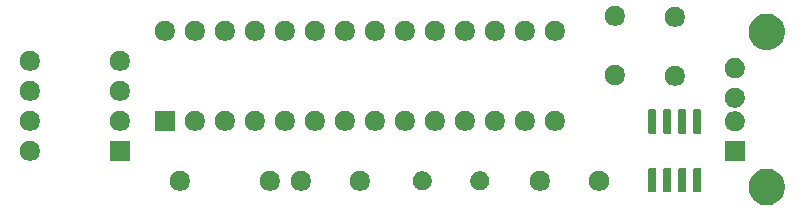
<source format=gts>
G04 #@! TF.GenerationSoftware,KiCad,Pcbnew,5.1.5*
G04 #@! TF.CreationDate,2020-02-20T08:26:26-05:00*
G04 #@! TF.ProjectId,bluefish-hardware,626c7565-6669-4736-982d-686172647761,rev?*
G04 #@! TF.SameCoordinates,Original*
G04 #@! TF.FileFunction,Soldermask,Top*
G04 #@! TF.FilePolarity,Negative*
%FSLAX46Y46*%
G04 Gerber Fmt 4.6, Leading zero omitted, Abs format (unit mm)*
G04 Created by KiCad (PCBNEW 5.1.5) date 2020-02-20 08:26:26*
%MOMM*%
%LPD*%
G04 APERTURE LIST*
%ADD10C,0.100000*%
G04 APERTURE END LIST*
D10*
G36*
X197322585Y-100608802D02*
G01*
X197472410Y-100638604D01*
X197754674Y-100755521D01*
X198008705Y-100925259D01*
X198224741Y-101141295D01*
X198394479Y-101395326D01*
X198511396Y-101677590D01*
X198571000Y-101977240D01*
X198571000Y-102282760D01*
X198511396Y-102582410D01*
X198394479Y-102864674D01*
X198224741Y-103118705D01*
X198008705Y-103334741D01*
X197754674Y-103504479D01*
X197472410Y-103621396D01*
X197322585Y-103651198D01*
X197172761Y-103681000D01*
X196867239Y-103681000D01*
X196717415Y-103651198D01*
X196567590Y-103621396D01*
X196285326Y-103504479D01*
X196031295Y-103334741D01*
X195815259Y-103118705D01*
X195645521Y-102864674D01*
X195528604Y-102582410D01*
X195469000Y-102282760D01*
X195469000Y-101977240D01*
X195528604Y-101677590D01*
X195645521Y-101395326D01*
X195815259Y-101141295D01*
X196031295Y-100925259D01*
X196285326Y-100755521D01*
X196567590Y-100638604D01*
X196717415Y-100608802D01*
X196867239Y-100579000D01*
X197172761Y-100579000D01*
X197322585Y-100608802D01*
G37*
G36*
X191394928Y-100511764D02*
G01*
X191416009Y-100518160D01*
X191435445Y-100528548D01*
X191452476Y-100542524D01*
X191466452Y-100559555D01*
X191476840Y-100578991D01*
X191483236Y-100600072D01*
X191486000Y-100628140D01*
X191486000Y-102441860D01*
X191483236Y-102469928D01*
X191476840Y-102491009D01*
X191466452Y-102510445D01*
X191452476Y-102527476D01*
X191435445Y-102541452D01*
X191416009Y-102551840D01*
X191394928Y-102558236D01*
X191366860Y-102561000D01*
X190903140Y-102561000D01*
X190875072Y-102558236D01*
X190853991Y-102551840D01*
X190834555Y-102541452D01*
X190817524Y-102527476D01*
X190803548Y-102510445D01*
X190793160Y-102491009D01*
X190786764Y-102469928D01*
X190784000Y-102441860D01*
X190784000Y-100628140D01*
X190786764Y-100600072D01*
X190793160Y-100578991D01*
X190803548Y-100559555D01*
X190817524Y-100542524D01*
X190834555Y-100528548D01*
X190853991Y-100518160D01*
X190875072Y-100511764D01*
X190903140Y-100509000D01*
X191366860Y-100509000D01*
X191394928Y-100511764D01*
G37*
G36*
X190124928Y-100511764D02*
G01*
X190146009Y-100518160D01*
X190165445Y-100528548D01*
X190182476Y-100542524D01*
X190196452Y-100559555D01*
X190206840Y-100578991D01*
X190213236Y-100600072D01*
X190216000Y-100628140D01*
X190216000Y-102441860D01*
X190213236Y-102469928D01*
X190206840Y-102491009D01*
X190196452Y-102510445D01*
X190182476Y-102527476D01*
X190165445Y-102541452D01*
X190146009Y-102551840D01*
X190124928Y-102558236D01*
X190096860Y-102561000D01*
X189633140Y-102561000D01*
X189605072Y-102558236D01*
X189583991Y-102551840D01*
X189564555Y-102541452D01*
X189547524Y-102527476D01*
X189533548Y-102510445D01*
X189523160Y-102491009D01*
X189516764Y-102469928D01*
X189514000Y-102441860D01*
X189514000Y-100628140D01*
X189516764Y-100600072D01*
X189523160Y-100578991D01*
X189533548Y-100559555D01*
X189547524Y-100542524D01*
X189564555Y-100528548D01*
X189583991Y-100518160D01*
X189605072Y-100511764D01*
X189633140Y-100509000D01*
X190096860Y-100509000D01*
X190124928Y-100511764D01*
G37*
G36*
X188854928Y-100511764D02*
G01*
X188876009Y-100518160D01*
X188895445Y-100528548D01*
X188912476Y-100542524D01*
X188926452Y-100559555D01*
X188936840Y-100578991D01*
X188943236Y-100600072D01*
X188946000Y-100628140D01*
X188946000Y-102441860D01*
X188943236Y-102469928D01*
X188936840Y-102491009D01*
X188926452Y-102510445D01*
X188912476Y-102527476D01*
X188895445Y-102541452D01*
X188876009Y-102551840D01*
X188854928Y-102558236D01*
X188826860Y-102561000D01*
X188363140Y-102561000D01*
X188335072Y-102558236D01*
X188313991Y-102551840D01*
X188294555Y-102541452D01*
X188277524Y-102527476D01*
X188263548Y-102510445D01*
X188253160Y-102491009D01*
X188246764Y-102469928D01*
X188244000Y-102441860D01*
X188244000Y-100628140D01*
X188246764Y-100600072D01*
X188253160Y-100578991D01*
X188263548Y-100559555D01*
X188277524Y-100542524D01*
X188294555Y-100528548D01*
X188313991Y-100518160D01*
X188335072Y-100511764D01*
X188363140Y-100509000D01*
X188826860Y-100509000D01*
X188854928Y-100511764D01*
G37*
G36*
X187584928Y-100511764D02*
G01*
X187606009Y-100518160D01*
X187625445Y-100528548D01*
X187642476Y-100542524D01*
X187656452Y-100559555D01*
X187666840Y-100578991D01*
X187673236Y-100600072D01*
X187676000Y-100628140D01*
X187676000Y-102441860D01*
X187673236Y-102469928D01*
X187666840Y-102491009D01*
X187656452Y-102510445D01*
X187642476Y-102527476D01*
X187625445Y-102541452D01*
X187606009Y-102551840D01*
X187584928Y-102558236D01*
X187556860Y-102561000D01*
X187093140Y-102561000D01*
X187065072Y-102558236D01*
X187043991Y-102551840D01*
X187024555Y-102541452D01*
X187007524Y-102527476D01*
X186993548Y-102510445D01*
X186983160Y-102491009D01*
X186976764Y-102469928D01*
X186974000Y-102441860D01*
X186974000Y-100628140D01*
X186976764Y-100600072D01*
X186983160Y-100578991D01*
X186993548Y-100559555D01*
X187007524Y-100542524D01*
X187024555Y-100528548D01*
X187043991Y-100518160D01*
X187065072Y-100511764D01*
X187093140Y-100509000D01*
X187556860Y-100509000D01*
X187584928Y-100511764D01*
G37*
G36*
X157808228Y-100781703D02*
G01*
X157963100Y-100845853D01*
X158102481Y-100938985D01*
X158221015Y-101057519D01*
X158314147Y-101196900D01*
X158378297Y-101351772D01*
X158411000Y-101516184D01*
X158411000Y-101683816D01*
X158378297Y-101848228D01*
X158314147Y-102003100D01*
X158221015Y-102142481D01*
X158102481Y-102261015D01*
X157963100Y-102354147D01*
X157808228Y-102418297D01*
X157643816Y-102451000D01*
X157476184Y-102451000D01*
X157311772Y-102418297D01*
X157156900Y-102354147D01*
X157017519Y-102261015D01*
X156898985Y-102142481D01*
X156805853Y-102003100D01*
X156741703Y-101848228D01*
X156709000Y-101683816D01*
X156709000Y-101516184D01*
X156741703Y-101351772D01*
X156805853Y-101196900D01*
X156898985Y-101057519D01*
X157017519Y-100938985D01*
X157156900Y-100845853D01*
X157311772Y-100781703D01*
X157476184Y-100749000D01*
X157643816Y-100749000D01*
X157808228Y-100781703D01*
G37*
G36*
X147568228Y-100781703D02*
G01*
X147723100Y-100845853D01*
X147862481Y-100938985D01*
X147981015Y-101057519D01*
X148074147Y-101196900D01*
X148138297Y-101351772D01*
X148171000Y-101516184D01*
X148171000Y-101683816D01*
X148138297Y-101848228D01*
X148074147Y-102003100D01*
X147981015Y-102142481D01*
X147862481Y-102261015D01*
X147723100Y-102354147D01*
X147568228Y-102418297D01*
X147403816Y-102451000D01*
X147236184Y-102451000D01*
X147071772Y-102418297D01*
X146916900Y-102354147D01*
X146777519Y-102261015D01*
X146658985Y-102142481D01*
X146565853Y-102003100D01*
X146501703Y-101848228D01*
X146469000Y-101683816D01*
X146469000Y-101516184D01*
X146501703Y-101351772D01*
X146565853Y-101196900D01*
X146658985Y-101057519D01*
X146777519Y-100938985D01*
X146916900Y-100845853D01*
X147071772Y-100781703D01*
X147236184Y-100749000D01*
X147403816Y-100749000D01*
X147568228Y-100781703D01*
G37*
G36*
X155188228Y-100781703D02*
G01*
X155343100Y-100845853D01*
X155482481Y-100938985D01*
X155601015Y-101057519D01*
X155694147Y-101196900D01*
X155758297Y-101351772D01*
X155791000Y-101516184D01*
X155791000Y-101683816D01*
X155758297Y-101848228D01*
X155694147Y-102003100D01*
X155601015Y-102142481D01*
X155482481Y-102261015D01*
X155343100Y-102354147D01*
X155188228Y-102418297D01*
X155023816Y-102451000D01*
X154856184Y-102451000D01*
X154691772Y-102418297D01*
X154536900Y-102354147D01*
X154397519Y-102261015D01*
X154278985Y-102142481D01*
X154185853Y-102003100D01*
X154121703Y-101848228D01*
X154089000Y-101683816D01*
X154089000Y-101516184D01*
X154121703Y-101351772D01*
X154185853Y-101196900D01*
X154278985Y-101057519D01*
X154397519Y-100938985D01*
X154536900Y-100845853D01*
X154691772Y-100781703D01*
X154856184Y-100749000D01*
X155023816Y-100749000D01*
X155188228Y-100781703D01*
G37*
G36*
X183048228Y-100781703D02*
G01*
X183203100Y-100845853D01*
X183342481Y-100938985D01*
X183461015Y-101057519D01*
X183554147Y-101196900D01*
X183618297Y-101351772D01*
X183651000Y-101516184D01*
X183651000Y-101683816D01*
X183618297Y-101848228D01*
X183554147Y-102003100D01*
X183461015Y-102142481D01*
X183342481Y-102261015D01*
X183203100Y-102354147D01*
X183048228Y-102418297D01*
X182883816Y-102451000D01*
X182716184Y-102451000D01*
X182551772Y-102418297D01*
X182396900Y-102354147D01*
X182257519Y-102261015D01*
X182138985Y-102142481D01*
X182045853Y-102003100D01*
X181981703Y-101848228D01*
X181949000Y-101683816D01*
X181949000Y-101516184D01*
X181981703Y-101351772D01*
X182045853Y-101196900D01*
X182138985Y-101057519D01*
X182257519Y-100938985D01*
X182396900Y-100845853D01*
X182551772Y-100781703D01*
X182716184Y-100749000D01*
X182883816Y-100749000D01*
X183048228Y-100781703D01*
G37*
G36*
X178048228Y-100781703D02*
G01*
X178203100Y-100845853D01*
X178342481Y-100938985D01*
X178461015Y-101057519D01*
X178554147Y-101196900D01*
X178618297Y-101351772D01*
X178651000Y-101516184D01*
X178651000Y-101683816D01*
X178618297Y-101848228D01*
X178554147Y-102003100D01*
X178461015Y-102142481D01*
X178342481Y-102261015D01*
X178203100Y-102354147D01*
X178048228Y-102418297D01*
X177883816Y-102451000D01*
X177716184Y-102451000D01*
X177551772Y-102418297D01*
X177396900Y-102354147D01*
X177257519Y-102261015D01*
X177138985Y-102142481D01*
X177045853Y-102003100D01*
X176981703Y-101848228D01*
X176949000Y-101683816D01*
X176949000Y-101516184D01*
X176981703Y-101351772D01*
X177045853Y-101196900D01*
X177138985Y-101057519D01*
X177257519Y-100938985D01*
X177396900Y-100845853D01*
X177551772Y-100781703D01*
X177716184Y-100749000D01*
X177883816Y-100749000D01*
X178048228Y-100781703D01*
G37*
G36*
X162808228Y-100781703D02*
G01*
X162963100Y-100845853D01*
X163102481Y-100938985D01*
X163221015Y-101057519D01*
X163314147Y-101196900D01*
X163378297Y-101351772D01*
X163411000Y-101516184D01*
X163411000Y-101683816D01*
X163378297Y-101848228D01*
X163314147Y-102003100D01*
X163221015Y-102142481D01*
X163102481Y-102261015D01*
X162963100Y-102354147D01*
X162808228Y-102418297D01*
X162643816Y-102451000D01*
X162476184Y-102451000D01*
X162311772Y-102418297D01*
X162156900Y-102354147D01*
X162017519Y-102261015D01*
X161898985Y-102142481D01*
X161805853Y-102003100D01*
X161741703Y-101848228D01*
X161709000Y-101683816D01*
X161709000Y-101516184D01*
X161741703Y-101351772D01*
X161805853Y-101196900D01*
X161898985Y-101057519D01*
X162017519Y-100938985D01*
X162156900Y-100845853D01*
X162311772Y-100781703D01*
X162476184Y-100749000D01*
X162643816Y-100749000D01*
X162808228Y-100781703D01*
G37*
G36*
X168073642Y-100829781D02*
G01*
X168219414Y-100890162D01*
X168219416Y-100890163D01*
X168350608Y-100977822D01*
X168462178Y-101089392D01*
X168534012Y-101196900D01*
X168549838Y-101220586D01*
X168610219Y-101366358D01*
X168641000Y-101521107D01*
X168641000Y-101678893D01*
X168610219Y-101833642D01*
X168549838Y-101979414D01*
X168549837Y-101979416D01*
X168462178Y-102110608D01*
X168350608Y-102222178D01*
X168219416Y-102309837D01*
X168219415Y-102309838D01*
X168219414Y-102309838D01*
X168073642Y-102370219D01*
X167918893Y-102401000D01*
X167761107Y-102401000D01*
X167606358Y-102370219D01*
X167460586Y-102309838D01*
X167460585Y-102309838D01*
X167460584Y-102309837D01*
X167329392Y-102222178D01*
X167217822Y-102110608D01*
X167130163Y-101979416D01*
X167130162Y-101979414D01*
X167069781Y-101833642D01*
X167039000Y-101678893D01*
X167039000Y-101521107D01*
X167069781Y-101366358D01*
X167130162Y-101220586D01*
X167145988Y-101196900D01*
X167217822Y-101089392D01*
X167329392Y-100977822D01*
X167460584Y-100890163D01*
X167460586Y-100890162D01*
X167606358Y-100829781D01*
X167761107Y-100799000D01*
X167918893Y-100799000D01*
X168073642Y-100829781D01*
G37*
G36*
X172953642Y-100829781D02*
G01*
X173099414Y-100890162D01*
X173099416Y-100890163D01*
X173230608Y-100977822D01*
X173342178Y-101089392D01*
X173414012Y-101196900D01*
X173429838Y-101220586D01*
X173490219Y-101366358D01*
X173521000Y-101521107D01*
X173521000Y-101678893D01*
X173490219Y-101833642D01*
X173429838Y-101979414D01*
X173429837Y-101979416D01*
X173342178Y-102110608D01*
X173230608Y-102222178D01*
X173099416Y-102309837D01*
X173099415Y-102309838D01*
X173099414Y-102309838D01*
X172953642Y-102370219D01*
X172798893Y-102401000D01*
X172641107Y-102401000D01*
X172486358Y-102370219D01*
X172340586Y-102309838D01*
X172340585Y-102309838D01*
X172340584Y-102309837D01*
X172209392Y-102222178D01*
X172097822Y-102110608D01*
X172010163Y-101979416D01*
X172010162Y-101979414D01*
X171949781Y-101833642D01*
X171919000Y-101678893D01*
X171919000Y-101521107D01*
X171949781Y-101366358D01*
X172010162Y-101220586D01*
X172025988Y-101196900D01*
X172097822Y-101089392D01*
X172209392Y-100977822D01*
X172340584Y-100890163D01*
X172340586Y-100890162D01*
X172486358Y-100829781D01*
X172641107Y-100799000D01*
X172798893Y-100799000D01*
X172953642Y-100829781D01*
G37*
G36*
X143091000Y-99911000D02*
G01*
X141389000Y-99911000D01*
X141389000Y-98209000D01*
X143091000Y-98209000D01*
X143091000Y-99911000D01*
G37*
G36*
X195161000Y-99911000D02*
G01*
X193459000Y-99911000D01*
X193459000Y-98209000D01*
X195161000Y-98209000D01*
X195161000Y-99911000D01*
G37*
G36*
X134868228Y-98241703D02*
G01*
X135023100Y-98305853D01*
X135162481Y-98398985D01*
X135281015Y-98517519D01*
X135374147Y-98656900D01*
X135438297Y-98811772D01*
X135471000Y-98976184D01*
X135471000Y-99143816D01*
X135438297Y-99308228D01*
X135374147Y-99463100D01*
X135281015Y-99602481D01*
X135162481Y-99721015D01*
X135023100Y-99814147D01*
X134868228Y-99878297D01*
X134703816Y-99911000D01*
X134536184Y-99911000D01*
X134371772Y-99878297D01*
X134216900Y-99814147D01*
X134077519Y-99721015D01*
X133958985Y-99602481D01*
X133865853Y-99463100D01*
X133801703Y-99308228D01*
X133769000Y-99143816D01*
X133769000Y-98976184D01*
X133801703Y-98811772D01*
X133865853Y-98656900D01*
X133958985Y-98517519D01*
X134077519Y-98398985D01*
X134216900Y-98305853D01*
X134371772Y-98241703D01*
X134536184Y-98209000D01*
X134703816Y-98209000D01*
X134868228Y-98241703D01*
G37*
G36*
X191394928Y-95561764D02*
G01*
X191416009Y-95568160D01*
X191435445Y-95578548D01*
X191452476Y-95592524D01*
X191466452Y-95609555D01*
X191476840Y-95628991D01*
X191483236Y-95650072D01*
X191486000Y-95678140D01*
X191486000Y-97491860D01*
X191483236Y-97519928D01*
X191476840Y-97541009D01*
X191466452Y-97560445D01*
X191452476Y-97577476D01*
X191435445Y-97591452D01*
X191416009Y-97601840D01*
X191394928Y-97608236D01*
X191366860Y-97611000D01*
X190903140Y-97611000D01*
X190875072Y-97608236D01*
X190853991Y-97601840D01*
X190834555Y-97591452D01*
X190817524Y-97577476D01*
X190803548Y-97560445D01*
X190793160Y-97541009D01*
X190786764Y-97519928D01*
X190784000Y-97491860D01*
X190784000Y-95678140D01*
X190786764Y-95650072D01*
X190793160Y-95628991D01*
X190803548Y-95609555D01*
X190817524Y-95592524D01*
X190834555Y-95578548D01*
X190853991Y-95568160D01*
X190875072Y-95561764D01*
X190903140Y-95559000D01*
X191366860Y-95559000D01*
X191394928Y-95561764D01*
G37*
G36*
X188854928Y-95561764D02*
G01*
X188876009Y-95568160D01*
X188895445Y-95578548D01*
X188912476Y-95592524D01*
X188926452Y-95609555D01*
X188936840Y-95628991D01*
X188943236Y-95650072D01*
X188946000Y-95678140D01*
X188946000Y-97491860D01*
X188943236Y-97519928D01*
X188936840Y-97541009D01*
X188926452Y-97560445D01*
X188912476Y-97577476D01*
X188895445Y-97591452D01*
X188876009Y-97601840D01*
X188854928Y-97608236D01*
X188826860Y-97611000D01*
X188363140Y-97611000D01*
X188335072Y-97608236D01*
X188313991Y-97601840D01*
X188294555Y-97591452D01*
X188277524Y-97577476D01*
X188263548Y-97560445D01*
X188253160Y-97541009D01*
X188246764Y-97519928D01*
X188244000Y-97491860D01*
X188244000Y-95678140D01*
X188246764Y-95650072D01*
X188253160Y-95628991D01*
X188263548Y-95609555D01*
X188277524Y-95592524D01*
X188294555Y-95578548D01*
X188313991Y-95568160D01*
X188335072Y-95561764D01*
X188363140Y-95559000D01*
X188826860Y-95559000D01*
X188854928Y-95561764D01*
G37*
G36*
X190124928Y-95561764D02*
G01*
X190146009Y-95568160D01*
X190165445Y-95578548D01*
X190182476Y-95592524D01*
X190196452Y-95609555D01*
X190206840Y-95628991D01*
X190213236Y-95650072D01*
X190216000Y-95678140D01*
X190216000Y-97491860D01*
X190213236Y-97519928D01*
X190206840Y-97541009D01*
X190196452Y-97560445D01*
X190182476Y-97577476D01*
X190165445Y-97591452D01*
X190146009Y-97601840D01*
X190124928Y-97608236D01*
X190096860Y-97611000D01*
X189633140Y-97611000D01*
X189605072Y-97608236D01*
X189583991Y-97601840D01*
X189564555Y-97591452D01*
X189547524Y-97577476D01*
X189533548Y-97560445D01*
X189523160Y-97541009D01*
X189516764Y-97519928D01*
X189514000Y-97491860D01*
X189514000Y-95678140D01*
X189516764Y-95650072D01*
X189523160Y-95628991D01*
X189533548Y-95609555D01*
X189547524Y-95592524D01*
X189564555Y-95578548D01*
X189583991Y-95568160D01*
X189605072Y-95561764D01*
X189633140Y-95559000D01*
X190096860Y-95559000D01*
X190124928Y-95561764D01*
G37*
G36*
X187584928Y-95561764D02*
G01*
X187606009Y-95568160D01*
X187625445Y-95578548D01*
X187642476Y-95592524D01*
X187656452Y-95609555D01*
X187666840Y-95628991D01*
X187673236Y-95650072D01*
X187676000Y-95678140D01*
X187676000Y-97491860D01*
X187673236Y-97519928D01*
X187666840Y-97541009D01*
X187656452Y-97560445D01*
X187642476Y-97577476D01*
X187625445Y-97591452D01*
X187606009Y-97601840D01*
X187584928Y-97608236D01*
X187556860Y-97611000D01*
X187093140Y-97611000D01*
X187065072Y-97608236D01*
X187043991Y-97601840D01*
X187024555Y-97591452D01*
X187007524Y-97577476D01*
X186993548Y-97560445D01*
X186983160Y-97541009D01*
X186976764Y-97519928D01*
X186974000Y-97491860D01*
X186974000Y-95678140D01*
X186976764Y-95650072D01*
X186983160Y-95628991D01*
X186993548Y-95609555D01*
X187007524Y-95592524D01*
X187024555Y-95578548D01*
X187043991Y-95568160D01*
X187065072Y-95561764D01*
X187093140Y-95559000D01*
X187556860Y-95559000D01*
X187584928Y-95561764D01*
G37*
G36*
X194558228Y-95741703D02*
G01*
X194713100Y-95805853D01*
X194852481Y-95898985D01*
X194971015Y-96017519D01*
X195064147Y-96156900D01*
X195128297Y-96311772D01*
X195161000Y-96476184D01*
X195161000Y-96643816D01*
X195128297Y-96808228D01*
X195064147Y-96963100D01*
X194971015Y-97102481D01*
X194852481Y-97221015D01*
X194713100Y-97314147D01*
X194558228Y-97378297D01*
X194393816Y-97411000D01*
X194226184Y-97411000D01*
X194061772Y-97378297D01*
X193906900Y-97314147D01*
X193767519Y-97221015D01*
X193648985Y-97102481D01*
X193555853Y-96963100D01*
X193491703Y-96808228D01*
X193459000Y-96643816D01*
X193459000Y-96476184D01*
X193491703Y-96311772D01*
X193555853Y-96156900D01*
X193648985Y-96017519D01*
X193767519Y-95898985D01*
X193906900Y-95805853D01*
X194061772Y-95741703D01*
X194226184Y-95709000D01*
X194393816Y-95709000D01*
X194558228Y-95741703D01*
G37*
G36*
X164078228Y-95701703D02*
G01*
X164233100Y-95765853D01*
X164372481Y-95858985D01*
X164491015Y-95977519D01*
X164584147Y-96116900D01*
X164648297Y-96271772D01*
X164681000Y-96436184D01*
X164681000Y-96603816D01*
X164648297Y-96768228D01*
X164584147Y-96923100D01*
X164491015Y-97062481D01*
X164372481Y-97181015D01*
X164233100Y-97274147D01*
X164078228Y-97338297D01*
X163913816Y-97371000D01*
X163746184Y-97371000D01*
X163581772Y-97338297D01*
X163426900Y-97274147D01*
X163287519Y-97181015D01*
X163168985Y-97062481D01*
X163075853Y-96923100D01*
X163011703Y-96768228D01*
X162979000Y-96603816D01*
X162979000Y-96436184D01*
X163011703Y-96271772D01*
X163075853Y-96116900D01*
X163168985Y-95977519D01*
X163287519Y-95858985D01*
X163426900Y-95765853D01*
X163581772Y-95701703D01*
X163746184Y-95669000D01*
X163913816Y-95669000D01*
X164078228Y-95701703D01*
G37*
G36*
X171698228Y-95701703D02*
G01*
X171853100Y-95765853D01*
X171992481Y-95858985D01*
X172111015Y-95977519D01*
X172204147Y-96116900D01*
X172268297Y-96271772D01*
X172301000Y-96436184D01*
X172301000Y-96603816D01*
X172268297Y-96768228D01*
X172204147Y-96923100D01*
X172111015Y-97062481D01*
X171992481Y-97181015D01*
X171853100Y-97274147D01*
X171698228Y-97338297D01*
X171533816Y-97371000D01*
X171366184Y-97371000D01*
X171201772Y-97338297D01*
X171046900Y-97274147D01*
X170907519Y-97181015D01*
X170788985Y-97062481D01*
X170695853Y-96923100D01*
X170631703Y-96768228D01*
X170599000Y-96603816D01*
X170599000Y-96436184D01*
X170631703Y-96271772D01*
X170695853Y-96116900D01*
X170788985Y-95977519D01*
X170907519Y-95858985D01*
X171046900Y-95765853D01*
X171201772Y-95701703D01*
X171366184Y-95669000D01*
X171533816Y-95669000D01*
X171698228Y-95701703D01*
G37*
G36*
X174238228Y-95701703D02*
G01*
X174393100Y-95765853D01*
X174532481Y-95858985D01*
X174651015Y-95977519D01*
X174744147Y-96116900D01*
X174808297Y-96271772D01*
X174841000Y-96436184D01*
X174841000Y-96603816D01*
X174808297Y-96768228D01*
X174744147Y-96923100D01*
X174651015Y-97062481D01*
X174532481Y-97181015D01*
X174393100Y-97274147D01*
X174238228Y-97338297D01*
X174073816Y-97371000D01*
X173906184Y-97371000D01*
X173741772Y-97338297D01*
X173586900Y-97274147D01*
X173447519Y-97181015D01*
X173328985Y-97062481D01*
X173235853Y-96923100D01*
X173171703Y-96768228D01*
X173139000Y-96603816D01*
X173139000Y-96436184D01*
X173171703Y-96271772D01*
X173235853Y-96116900D01*
X173328985Y-95977519D01*
X173447519Y-95858985D01*
X173586900Y-95765853D01*
X173741772Y-95701703D01*
X173906184Y-95669000D01*
X174073816Y-95669000D01*
X174238228Y-95701703D01*
G37*
G36*
X176778228Y-95701703D02*
G01*
X176933100Y-95765853D01*
X177072481Y-95858985D01*
X177191015Y-95977519D01*
X177284147Y-96116900D01*
X177348297Y-96271772D01*
X177381000Y-96436184D01*
X177381000Y-96603816D01*
X177348297Y-96768228D01*
X177284147Y-96923100D01*
X177191015Y-97062481D01*
X177072481Y-97181015D01*
X176933100Y-97274147D01*
X176778228Y-97338297D01*
X176613816Y-97371000D01*
X176446184Y-97371000D01*
X176281772Y-97338297D01*
X176126900Y-97274147D01*
X175987519Y-97181015D01*
X175868985Y-97062481D01*
X175775853Y-96923100D01*
X175711703Y-96768228D01*
X175679000Y-96603816D01*
X175679000Y-96436184D01*
X175711703Y-96271772D01*
X175775853Y-96116900D01*
X175868985Y-95977519D01*
X175987519Y-95858985D01*
X176126900Y-95765853D01*
X176281772Y-95701703D01*
X176446184Y-95669000D01*
X176613816Y-95669000D01*
X176778228Y-95701703D01*
G37*
G36*
X166618228Y-95701703D02*
G01*
X166773100Y-95765853D01*
X166912481Y-95858985D01*
X167031015Y-95977519D01*
X167124147Y-96116900D01*
X167188297Y-96271772D01*
X167221000Y-96436184D01*
X167221000Y-96603816D01*
X167188297Y-96768228D01*
X167124147Y-96923100D01*
X167031015Y-97062481D01*
X166912481Y-97181015D01*
X166773100Y-97274147D01*
X166618228Y-97338297D01*
X166453816Y-97371000D01*
X166286184Y-97371000D01*
X166121772Y-97338297D01*
X165966900Y-97274147D01*
X165827519Y-97181015D01*
X165708985Y-97062481D01*
X165615853Y-96923100D01*
X165551703Y-96768228D01*
X165519000Y-96603816D01*
X165519000Y-96436184D01*
X165551703Y-96271772D01*
X165615853Y-96116900D01*
X165708985Y-95977519D01*
X165827519Y-95858985D01*
X165966900Y-95765853D01*
X166121772Y-95701703D01*
X166286184Y-95669000D01*
X166453816Y-95669000D01*
X166618228Y-95701703D01*
G37*
G36*
X169158228Y-95701703D02*
G01*
X169313100Y-95765853D01*
X169452481Y-95858985D01*
X169571015Y-95977519D01*
X169664147Y-96116900D01*
X169728297Y-96271772D01*
X169761000Y-96436184D01*
X169761000Y-96603816D01*
X169728297Y-96768228D01*
X169664147Y-96923100D01*
X169571015Y-97062481D01*
X169452481Y-97181015D01*
X169313100Y-97274147D01*
X169158228Y-97338297D01*
X168993816Y-97371000D01*
X168826184Y-97371000D01*
X168661772Y-97338297D01*
X168506900Y-97274147D01*
X168367519Y-97181015D01*
X168248985Y-97062481D01*
X168155853Y-96923100D01*
X168091703Y-96768228D01*
X168059000Y-96603816D01*
X168059000Y-96436184D01*
X168091703Y-96271772D01*
X168155853Y-96116900D01*
X168248985Y-95977519D01*
X168367519Y-95858985D01*
X168506900Y-95765853D01*
X168661772Y-95701703D01*
X168826184Y-95669000D01*
X168993816Y-95669000D01*
X169158228Y-95701703D01*
G37*
G36*
X161538228Y-95701703D02*
G01*
X161693100Y-95765853D01*
X161832481Y-95858985D01*
X161951015Y-95977519D01*
X162044147Y-96116900D01*
X162108297Y-96271772D01*
X162141000Y-96436184D01*
X162141000Y-96603816D01*
X162108297Y-96768228D01*
X162044147Y-96923100D01*
X161951015Y-97062481D01*
X161832481Y-97181015D01*
X161693100Y-97274147D01*
X161538228Y-97338297D01*
X161373816Y-97371000D01*
X161206184Y-97371000D01*
X161041772Y-97338297D01*
X160886900Y-97274147D01*
X160747519Y-97181015D01*
X160628985Y-97062481D01*
X160535853Y-96923100D01*
X160471703Y-96768228D01*
X160439000Y-96603816D01*
X160439000Y-96436184D01*
X160471703Y-96271772D01*
X160535853Y-96116900D01*
X160628985Y-95977519D01*
X160747519Y-95858985D01*
X160886900Y-95765853D01*
X161041772Y-95701703D01*
X161206184Y-95669000D01*
X161373816Y-95669000D01*
X161538228Y-95701703D01*
G37*
G36*
X158998228Y-95701703D02*
G01*
X159153100Y-95765853D01*
X159292481Y-95858985D01*
X159411015Y-95977519D01*
X159504147Y-96116900D01*
X159568297Y-96271772D01*
X159601000Y-96436184D01*
X159601000Y-96603816D01*
X159568297Y-96768228D01*
X159504147Y-96923100D01*
X159411015Y-97062481D01*
X159292481Y-97181015D01*
X159153100Y-97274147D01*
X158998228Y-97338297D01*
X158833816Y-97371000D01*
X158666184Y-97371000D01*
X158501772Y-97338297D01*
X158346900Y-97274147D01*
X158207519Y-97181015D01*
X158088985Y-97062481D01*
X157995853Y-96923100D01*
X157931703Y-96768228D01*
X157899000Y-96603816D01*
X157899000Y-96436184D01*
X157931703Y-96271772D01*
X157995853Y-96116900D01*
X158088985Y-95977519D01*
X158207519Y-95858985D01*
X158346900Y-95765853D01*
X158501772Y-95701703D01*
X158666184Y-95669000D01*
X158833816Y-95669000D01*
X158998228Y-95701703D01*
G37*
G36*
X148838228Y-95701703D02*
G01*
X148993100Y-95765853D01*
X149132481Y-95858985D01*
X149251015Y-95977519D01*
X149344147Y-96116900D01*
X149408297Y-96271772D01*
X149441000Y-96436184D01*
X149441000Y-96603816D01*
X149408297Y-96768228D01*
X149344147Y-96923100D01*
X149251015Y-97062481D01*
X149132481Y-97181015D01*
X148993100Y-97274147D01*
X148838228Y-97338297D01*
X148673816Y-97371000D01*
X148506184Y-97371000D01*
X148341772Y-97338297D01*
X148186900Y-97274147D01*
X148047519Y-97181015D01*
X147928985Y-97062481D01*
X147835853Y-96923100D01*
X147771703Y-96768228D01*
X147739000Y-96603816D01*
X147739000Y-96436184D01*
X147771703Y-96271772D01*
X147835853Y-96116900D01*
X147928985Y-95977519D01*
X148047519Y-95858985D01*
X148186900Y-95765853D01*
X148341772Y-95701703D01*
X148506184Y-95669000D01*
X148673816Y-95669000D01*
X148838228Y-95701703D01*
G37*
G36*
X179318228Y-95701703D02*
G01*
X179473100Y-95765853D01*
X179612481Y-95858985D01*
X179731015Y-95977519D01*
X179824147Y-96116900D01*
X179888297Y-96271772D01*
X179921000Y-96436184D01*
X179921000Y-96603816D01*
X179888297Y-96768228D01*
X179824147Y-96923100D01*
X179731015Y-97062481D01*
X179612481Y-97181015D01*
X179473100Y-97274147D01*
X179318228Y-97338297D01*
X179153816Y-97371000D01*
X178986184Y-97371000D01*
X178821772Y-97338297D01*
X178666900Y-97274147D01*
X178527519Y-97181015D01*
X178408985Y-97062481D01*
X178315853Y-96923100D01*
X178251703Y-96768228D01*
X178219000Y-96603816D01*
X178219000Y-96436184D01*
X178251703Y-96271772D01*
X178315853Y-96116900D01*
X178408985Y-95977519D01*
X178527519Y-95858985D01*
X178666900Y-95765853D01*
X178821772Y-95701703D01*
X178986184Y-95669000D01*
X179153816Y-95669000D01*
X179318228Y-95701703D01*
G37*
G36*
X153918228Y-95701703D02*
G01*
X154073100Y-95765853D01*
X154212481Y-95858985D01*
X154331015Y-95977519D01*
X154424147Y-96116900D01*
X154488297Y-96271772D01*
X154521000Y-96436184D01*
X154521000Y-96603816D01*
X154488297Y-96768228D01*
X154424147Y-96923100D01*
X154331015Y-97062481D01*
X154212481Y-97181015D01*
X154073100Y-97274147D01*
X153918228Y-97338297D01*
X153753816Y-97371000D01*
X153586184Y-97371000D01*
X153421772Y-97338297D01*
X153266900Y-97274147D01*
X153127519Y-97181015D01*
X153008985Y-97062481D01*
X152915853Y-96923100D01*
X152851703Y-96768228D01*
X152819000Y-96603816D01*
X152819000Y-96436184D01*
X152851703Y-96271772D01*
X152915853Y-96116900D01*
X153008985Y-95977519D01*
X153127519Y-95858985D01*
X153266900Y-95765853D01*
X153421772Y-95701703D01*
X153586184Y-95669000D01*
X153753816Y-95669000D01*
X153918228Y-95701703D01*
G37*
G36*
X156458228Y-95701703D02*
G01*
X156613100Y-95765853D01*
X156752481Y-95858985D01*
X156871015Y-95977519D01*
X156964147Y-96116900D01*
X157028297Y-96271772D01*
X157061000Y-96436184D01*
X157061000Y-96603816D01*
X157028297Y-96768228D01*
X156964147Y-96923100D01*
X156871015Y-97062481D01*
X156752481Y-97181015D01*
X156613100Y-97274147D01*
X156458228Y-97338297D01*
X156293816Y-97371000D01*
X156126184Y-97371000D01*
X155961772Y-97338297D01*
X155806900Y-97274147D01*
X155667519Y-97181015D01*
X155548985Y-97062481D01*
X155455853Y-96923100D01*
X155391703Y-96768228D01*
X155359000Y-96603816D01*
X155359000Y-96436184D01*
X155391703Y-96271772D01*
X155455853Y-96116900D01*
X155548985Y-95977519D01*
X155667519Y-95858985D01*
X155806900Y-95765853D01*
X155961772Y-95701703D01*
X156126184Y-95669000D01*
X156293816Y-95669000D01*
X156458228Y-95701703D01*
G37*
G36*
X134868228Y-95701703D02*
G01*
X135023100Y-95765853D01*
X135162481Y-95858985D01*
X135281015Y-95977519D01*
X135374147Y-96116900D01*
X135438297Y-96271772D01*
X135471000Y-96436184D01*
X135471000Y-96603816D01*
X135438297Y-96768228D01*
X135374147Y-96923100D01*
X135281015Y-97062481D01*
X135162481Y-97181015D01*
X135023100Y-97274147D01*
X134868228Y-97338297D01*
X134703816Y-97371000D01*
X134536184Y-97371000D01*
X134371772Y-97338297D01*
X134216900Y-97274147D01*
X134077519Y-97181015D01*
X133958985Y-97062481D01*
X133865853Y-96923100D01*
X133801703Y-96768228D01*
X133769000Y-96603816D01*
X133769000Y-96436184D01*
X133801703Y-96271772D01*
X133865853Y-96116900D01*
X133958985Y-95977519D01*
X134077519Y-95858985D01*
X134216900Y-95765853D01*
X134371772Y-95701703D01*
X134536184Y-95669000D01*
X134703816Y-95669000D01*
X134868228Y-95701703D01*
G37*
G36*
X142488228Y-95701703D02*
G01*
X142643100Y-95765853D01*
X142782481Y-95858985D01*
X142901015Y-95977519D01*
X142994147Y-96116900D01*
X143058297Y-96271772D01*
X143091000Y-96436184D01*
X143091000Y-96603816D01*
X143058297Y-96768228D01*
X142994147Y-96923100D01*
X142901015Y-97062481D01*
X142782481Y-97181015D01*
X142643100Y-97274147D01*
X142488228Y-97338297D01*
X142323816Y-97371000D01*
X142156184Y-97371000D01*
X141991772Y-97338297D01*
X141836900Y-97274147D01*
X141697519Y-97181015D01*
X141578985Y-97062481D01*
X141485853Y-96923100D01*
X141421703Y-96768228D01*
X141389000Y-96603816D01*
X141389000Y-96436184D01*
X141421703Y-96271772D01*
X141485853Y-96116900D01*
X141578985Y-95977519D01*
X141697519Y-95858985D01*
X141836900Y-95765853D01*
X141991772Y-95701703D01*
X142156184Y-95669000D01*
X142323816Y-95669000D01*
X142488228Y-95701703D01*
G37*
G36*
X146901000Y-97371000D02*
G01*
X145199000Y-97371000D01*
X145199000Y-95669000D01*
X146901000Y-95669000D01*
X146901000Y-97371000D01*
G37*
G36*
X151378228Y-95701703D02*
G01*
X151533100Y-95765853D01*
X151672481Y-95858985D01*
X151791015Y-95977519D01*
X151884147Y-96116900D01*
X151948297Y-96271772D01*
X151981000Y-96436184D01*
X151981000Y-96603816D01*
X151948297Y-96768228D01*
X151884147Y-96923100D01*
X151791015Y-97062481D01*
X151672481Y-97181015D01*
X151533100Y-97274147D01*
X151378228Y-97338297D01*
X151213816Y-97371000D01*
X151046184Y-97371000D01*
X150881772Y-97338297D01*
X150726900Y-97274147D01*
X150587519Y-97181015D01*
X150468985Y-97062481D01*
X150375853Y-96923100D01*
X150311703Y-96768228D01*
X150279000Y-96603816D01*
X150279000Y-96436184D01*
X150311703Y-96271772D01*
X150375853Y-96116900D01*
X150468985Y-95977519D01*
X150587519Y-95858985D01*
X150726900Y-95765853D01*
X150881772Y-95701703D01*
X151046184Y-95669000D01*
X151213816Y-95669000D01*
X151378228Y-95701703D01*
G37*
G36*
X194558228Y-93741703D02*
G01*
X194713100Y-93805853D01*
X194852481Y-93898985D01*
X194971015Y-94017519D01*
X195064147Y-94156900D01*
X195128297Y-94311772D01*
X195161000Y-94476184D01*
X195161000Y-94643816D01*
X195128297Y-94808228D01*
X195064147Y-94963100D01*
X194971015Y-95102481D01*
X194852481Y-95221015D01*
X194713100Y-95314147D01*
X194558228Y-95378297D01*
X194393816Y-95411000D01*
X194226184Y-95411000D01*
X194061772Y-95378297D01*
X193906900Y-95314147D01*
X193767519Y-95221015D01*
X193648985Y-95102481D01*
X193555853Y-94963100D01*
X193491703Y-94808228D01*
X193459000Y-94643816D01*
X193459000Y-94476184D01*
X193491703Y-94311772D01*
X193555853Y-94156900D01*
X193648985Y-94017519D01*
X193767519Y-93898985D01*
X193906900Y-93805853D01*
X194061772Y-93741703D01*
X194226184Y-93709000D01*
X194393816Y-93709000D01*
X194558228Y-93741703D01*
G37*
G36*
X142488228Y-93161703D02*
G01*
X142643100Y-93225853D01*
X142782481Y-93318985D01*
X142901015Y-93437519D01*
X142994147Y-93576900D01*
X143058297Y-93731772D01*
X143091000Y-93896184D01*
X143091000Y-94063816D01*
X143058297Y-94228228D01*
X142994147Y-94383100D01*
X142901015Y-94522481D01*
X142782481Y-94641015D01*
X142643100Y-94734147D01*
X142488228Y-94798297D01*
X142323816Y-94831000D01*
X142156184Y-94831000D01*
X141991772Y-94798297D01*
X141836900Y-94734147D01*
X141697519Y-94641015D01*
X141578985Y-94522481D01*
X141485853Y-94383100D01*
X141421703Y-94228228D01*
X141389000Y-94063816D01*
X141389000Y-93896184D01*
X141421703Y-93731772D01*
X141485853Y-93576900D01*
X141578985Y-93437519D01*
X141697519Y-93318985D01*
X141836900Y-93225853D01*
X141991772Y-93161703D01*
X142156184Y-93129000D01*
X142323816Y-93129000D01*
X142488228Y-93161703D01*
G37*
G36*
X134868228Y-93161703D02*
G01*
X135023100Y-93225853D01*
X135162481Y-93318985D01*
X135281015Y-93437519D01*
X135374147Y-93576900D01*
X135438297Y-93731772D01*
X135471000Y-93896184D01*
X135471000Y-94063816D01*
X135438297Y-94228228D01*
X135374147Y-94383100D01*
X135281015Y-94522481D01*
X135162481Y-94641015D01*
X135023100Y-94734147D01*
X134868228Y-94798297D01*
X134703816Y-94831000D01*
X134536184Y-94831000D01*
X134371772Y-94798297D01*
X134216900Y-94734147D01*
X134077519Y-94641015D01*
X133958985Y-94522481D01*
X133865853Y-94383100D01*
X133801703Y-94228228D01*
X133769000Y-94063816D01*
X133769000Y-93896184D01*
X133801703Y-93731772D01*
X133865853Y-93576900D01*
X133958985Y-93437519D01*
X134077519Y-93318985D01*
X134216900Y-93225853D01*
X134371772Y-93161703D01*
X134536184Y-93129000D01*
X134703816Y-93129000D01*
X134868228Y-93161703D01*
G37*
G36*
X189478228Y-91891703D02*
G01*
X189633100Y-91955853D01*
X189772481Y-92048985D01*
X189891015Y-92167519D01*
X189984147Y-92306900D01*
X190048297Y-92461772D01*
X190081000Y-92626184D01*
X190081000Y-92793816D01*
X190048297Y-92958228D01*
X189984147Y-93113100D01*
X189891015Y-93252481D01*
X189772481Y-93371015D01*
X189633100Y-93464147D01*
X189478228Y-93528297D01*
X189313816Y-93561000D01*
X189146184Y-93561000D01*
X188981772Y-93528297D01*
X188826900Y-93464147D01*
X188687519Y-93371015D01*
X188568985Y-93252481D01*
X188475853Y-93113100D01*
X188411703Y-92958228D01*
X188379000Y-92793816D01*
X188379000Y-92626184D01*
X188411703Y-92461772D01*
X188475853Y-92306900D01*
X188568985Y-92167519D01*
X188687519Y-92048985D01*
X188826900Y-91955853D01*
X188981772Y-91891703D01*
X189146184Y-91859000D01*
X189313816Y-91859000D01*
X189478228Y-91891703D01*
G37*
G36*
X184398228Y-91811703D02*
G01*
X184553100Y-91875853D01*
X184692481Y-91968985D01*
X184811015Y-92087519D01*
X184904147Y-92226900D01*
X184968297Y-92381772D01*
X185001000Y-92546184D01*
X185001000Y-92713816D01*
X184968297Y-92878228D01*
X184904147Y-93033100D01*
X184811015Y-93172481D01*
X184692481Y-93291015D01*
X184553100Y-93384147D01*
X184398228Y-93448297D01*
X184233816Y-93481000D01*
X184066184Y-93481000D01*
X183901772Y-93448297D01*
X183746900Y-93384147D01*
X183607519Y-93291015D01*
X183488985Y-93172481D01*
X183395853Y-93033100D01*
X183331703Y-92878228D01*
X183299000Y-92713816D01*
X183299000Y-92546184D01*
X183331703Y-92381772D01*
X183395853Y-92226900D01*
X183488985Y-92087519D01*
X183607519Y-91968985D01*
X183746900Y-91875853D01*
X183901772Y-91811703D01*
X184066184Y-91779000D01*
X184233816Y-91779000D01*
X184398228Y-91811703D01*
G37*
G36*
X194558228Y-91241703D02*
G01*
X194713100Y-91305853D01*
X194852481Y-91398985D01*
X194971015Y-91517519D01*
X195064147Y-91656900D01*
X195128297Y-91811772D01*
X195161000Y-91976184D01*
X195161000Y-92143816D01*
X195128297Y-92308228D01*
X195064147Y-92463100D01*
X194971015Y-92602481D01*
X194852481Y-92721015D01*
X194713100Y-92814147D01*
X194558228Y-92878297D01*
X194393816Y-92911000D01*
X194226184Y-92911000D01*
X194061772Y-92878297D01*
X193906900Y-92814147D01*
X193767519Y-92721015D01*
X193648985Y-92602481D01*
X193555853Y-92463100D01*
X193491703Y-92308228D01*
X193459000Y-92143816D01*
X193459000Y-91976184D01*
X193491703Y-91811772D01*
X193555853Y-91656900D01*
X193648985Y-91517519D01*
X193767519Y-91398985D01*
X193906900Y-91305853D01*
X194061772Y-91241703D01*
X194226184Y-91209000D01*
X194393816Y-91209000D01*
X194558228Y-91241703D01*
G37*
G36*
X142488228Y-90621703D02*
G01*
X142643100Y-90685853D01*
X142782481Y-90778985D01*
X142901015Y-90897519D01*
X142994147Y-91036900D01*
X143058297Y-91191772D01*
X143091000Y-91356184D01*
X143091000Y-91523816D01*
X143058297Y-91688228D01*
X142994147Y-91843100D01*
X142901015Y-91982481D01*
X142782481Y-92101015D01*
X142643100Y-92194147D01*
X142488228Y-92258297D01*
X142323816Y-92291000D01*
X142156184Y-92291000D01*
X141991772Y-92258297D01*
X141836900Y-92194147D01*
X141697519Y-92101015D01*
X141578985Y-91982481D01*
X141485853Y-91843100D01*
X141421703Y-91688228D01*
X141389000Y-91523816D01*
X141389000Y-91356184D01*
X141421703Y-91191772D01*
X141485853Y-91036900D01*
X141578985Y-90897519D01*
X141697519Y-90778985D01*
X141836900Y-90685853D01*
X141991772Y-90621703D01*
X142156184Y-90589000D01*
X142323816Y-90589000D01*
X142488228Y-90621703D01*
G37*
G36*
X134868228Y-90621703D02*
G01*
X135023100Y-90685853D01*
X135162481Y-90778985D01*
X135281015Y-90897519D01*
X135374147Y-91036900D01*
X135438297Y-91191772D01*
X135471000Y-91356184D01*
X135471000Y-91523816D01*
X135438297Y-91688228D01*
X135374147Y-91843100D01*
X135281015Y-91982481D01*
X135162481Y-92101015D01*
X135023100Y-92194147D01*
X134868228Y-92258297D01*
X134703816Y-92291000D01*
X134536184Y-92291000D01*
X134371772Y-92258297D01*
X134216900Y-92194147D01*
X134077519Y-92101015D01*
X133958985Y-91982481D01*
X133865853Y-91843100D01*
X133801703Y-91688228D01*
X133769000Y-91523816D01*
X133769000Y-91356184D01*
X133801703Y-91191772D01*
X133865853Y-91036900D01*
X133958985Y-90897519D01*
X134077519Y-90778985D01*
X134216900Y-90685853D01*
X134371772Y-90621703D01*
X134536184Y-90589000D01*
X134703816Y-90589000D01*
X134868228Y-90621703D01*
G37*
G36*
X197287238Y-87461771D02*
G01*
X197472410Y-87498604D01*
X197754674Y-87615521D01*
X198008705Y-87785259D01*
X198224741Y-88001295D01*
X198394479Y-88255326D01*
X198511396Y-88537590D01*
X198534108Y-88651771D01*
X198571000Y-88837239D01*
X198571000Y-89142761D01*
X198569912Y-89148229D01*
X198511396Y-89442410D01*
X198394479Y-89724674D01*
X198224741Y-89978705D01*
X198008705Y-90194741D01*
X197754674Y-90364479D01*
X197472410Y-90481396D01*
X197322585Y-90511198D01*
X197172761Y-90541000D01*
X196867239Y-90541000D01*
X196717415Y-90511198D01*
X196567590Y-90481396D01*
X196285326Y-90364479D01*
X196031295Y-90194741D01*
X195815259Y-89978705D01*
X195645521Y-89724674D01*
X195528604Y-89442410D01*
X195470088Y-89148229D01*
X195469000Y-89142761D01*
X195469000Y-88837239D01*
X195505892Y-88651771D01*
X195528604Y-88537590D01*
X195645521Y-88255326D01*
X195815259Y-88001295D01*
X196031295Y-87785259D01*
X196285326Y-87615521D01*
X196567590Y-87498604D01*
X196752762Y-87461771D01*
X196867239Y-87439000D01*
X197172761Y-87439000D01*
X197287238Y-87461771D01*
G37*
G36*
X161538228Y-88081703D02*
G01*
X161693100Y-88145853D01*
X161832481Y-88238985D01*
X161951015Y-88357519D01*
X162044147Y-88496900D01*
X162108297Y-88651772D01*
X162141000Y-88816184D01*
X162141000Y-88983816D01*
X162108297Y-89148228D01*
X162044147Y-89303100D01*
X161951015Y-89442481D01*
X161832481Y-89561015D01*
X161693100Y-89654147D01*
X161538228Y-89718297D01*
X161373816Y-89751000D01*
X161206184Y-89751000D01*
X161041772Y-89718297D01*
X160886900Y-89654147D01*
X160747519Y-89561015D01*
X160628985Y-89442481D01*
X160535853Y-89303100D01*
X160471703Y-89148228D01*
X160439000Y-88983816D01*
X160439000Y-88816184D01*
X160471703Y-88651772D01*
X160535853Y-88496900D01*
X160628985Y-88357519D01*
X160747519Y-88238985D01*
X160886900Y-88145853D01*
X161041772Y-88081703D01*
X161206184Y-88049000D01*
X161373816Y-88049000D01*
X161538228Y-88081703D01*
G37*
G36*
X179318228Y-88081703D02*
G01*
X179473100Y-88145853D01*
X179612481Y-88238985D01*
X179731015Y-88357519D01*
X179824147Y-88496900D01*
X179888297Y-88651772D01*
X179921000Y-88816184D01*
X179921000Y-88983816D01*
X179888297Y-89148228D01*
X179824147Y-89303100D01*
X179731015Y-89442481D01*
X179612481Y-89561015D01*
X179473100Y-89654147D01*
X179318228Y-89718297D01*
X179153816Y-89751000D01*
X178986184Y-89751000D01*
X178821772Y-89718297D01*
X178666900Y-89654147D01*
X178527519Y-89561015D01*
X178408985Y-89442481D01*
X178315853Y-89303100D01*
X178251703Y-89148228D01*
X178219000Y-88983816D01*
X178219000Y-88816184D01*
X178251703Y-88651772D01*
X178315853Y-88496900D01*
X178408985Y-88357519D01*
X178527519Y-88238985D01*
X178666900Y-88145853D01*
X178821772Y-88081703D01*
X178986184Y-88049000D01*
X179153816Y-88049000D01*
X179318228Y-88081703D01*
G37*
G36*
X176778228Y-88081703D02*
G01*
X176933100Y-88145853D01*
X177072481Y-88238985D01*
X177191015Y-88357519D01*
X177284147Y-88496900D01*
X177348297Y-88651772D01*
X177381000Y-88816184D01*
X177381000Y-88983816D01*
X177348297Y-89148228D01*
X177284147Y-89303100D01*
X177191015Y-89442481D01*
X177072481Y-89561015D01*
X176933100Y-89654147D01*
X176778228Y-89718297D01*
X176613816Y-89751000D01*
X176446184Y-89751000D01*
X176281772Y-89718297D01*
X176126900Y-89654147D01*
X175987519Y-89561015D01*
X175868985Y-89442481D01*
X175775853Y-89303100D01*
X175711703Y-89148228D01*
X175679000Y-88983816D01*
X175679000Y-88816184D01*
X175711703Y-88651772D01*
X175775853Y-88496900D01*
X175868985Y-88357519D01*
X175987519Y-88238985D01*
X176126900Y-88145853D01*
X176281772Y-88081703D01*
X176446184Y-88049000D01*
X176613816Y-88049000D01*
X176778228Y-88081703D01*
G37*
G36*
X174238228Y-88081703D02*
G01*
X174393100Y-88145853D01*
X174532481Y-88238985D01*
X174651015Y-88357519D01*
X174744147Y-88496900D01*
X174808297Y-88651772D01*
X174841000Y-88816184D01*
X174841000Y-88983816D01*
X174808297Y-89148228D01*
X174744147Y-89303100D01*
X174651015Y-89442481D01*
X174532481Y-89561015D01*
X174393100Y-89654147D01*
X174238228Y-89718297D01*
X174073816Y-89751000D01*
X173906184Y-89751000D01*
X173741772Y-89718297D01*
X173586900Y-89654147D01*
X173447519Y-89561015D01*
X173328985Y-89442481D01*
X173235853Y-89303100D01*
X173171703Y-89148228D01*
X173139000Y-88983816D01*
X173139000Y-88816184D01*
X173171703Y-88651772D01*
X173235853Y-88496900D01*
X173328985Y-88357519D01*
X173447519Y-88238985D01*
X173586900Y-88145853D01*
X173741772Y-88081703D01*
X173906184Y-88049000D01*
X174073816Y-88049000D01*
X174238228Y-88081703D01*
G37*
G36*
X171698228Y-88081703D02*
G01*
X171853100Y-88145853D01*
X171992481Y-88238985D01*
X172111015Y-88357519D01*
X172204147Y-88496900D01*
X172268297Y-88651772D01*
X172301000Y-88816184D01*
X172301000Y-88983816D01*
X172268297Y-89148228D01*
X172204147Y-89303100D01*
X172111015Y-89442481D01*
X171992481Y-89561015D01*
X171853100Y-89654147D01*
X171698228Y-89718297D01*
X171533816Y-89751000D01*
X171366184Y-89751000D01*
X171201772Y-89718297D01*
X171046900Y-89654147D01*
X170907519Y-89561015D01*
X170788985Y-89442481D01*
X170695853Y-89303100D01*
X170631703Y-89148228D01*
X170599000Y-88983816D01*
X170599000Y-88816184D01*
X170631703Y-88651772D01*
X170695853Y-88496900D01*
X170788985Y-88357519D01*
X170907519Y-88238985D01*
X171046900Y-88145853D01*
X171201772Y-88081703D01*
X171366184Y-88049000D01*
X171533816Y-88049000D01*
X171698228Y-88081703D01*
G37*
G36*
X169158228Y-88081703D02*
G01*
X169313100Y-88145853D01*
X169452481Y-88238985D01*
X169571015Y-88357519D01*
X169664147Y-88496900D01*
X169728297Y-88651772D01*
X169761000Y-88816184D01*
X169761000Y-88983816D01*
X169728297Y-89148228D01*
X169664147Y-89303100D01*
X169571015Y-89442481D01*
X169452481Y-89561015D01*
X169313100Y-89654147D01*
X169158228Y-89718297D01*
X168993816Y-89751000D01*
X168826184Y-89751000D01*
X168661772Y-89718297D01*
X168506900Y-89654147D01*
X168367519Y-89561015D01*
X168248985Y-89442481D01*
X168155853Y-89303100D01*
X168091703Y-89148228D01*
X168059000Y-88983816D01*
X168059000Y-88816184D01*
X168091703Y-88651772D01*
X168155853Y-88496900D01*
X168248985Y-88357519D01*
X168367519Y-88238985D01*
X168506900Y-88145853D01*
X168661772Y-88081703D01*
X168826184Y-88049000D01*
X168993816Y-88049000D01*
X169158228Y-88081703D01*
G37*
G36*
X146298228Y-88081703D02*
G01*
X146453100Y-88145853D01*
X146592481Y-88238985D01*
X146711015Y-88357519D01*
X146804147Y-88496900D01*
X146868297Y-88651772D01*
X146901000Y-88816184D01*
X146901000Y-88983816D01*
X146868297Y-89148228D01*
X146804147Y-89303100D01*
X146711015Y-89442481D01*
X146592481Y-89561015D01*
X146453100Y-89654147D01*
X146298228Y-89718297D01*
X146133816Y-89751000D01*
X145966184Y-89751000D01*
X145801772Y-89718297D01*
X145646900Y-89654147D01*
X145507519Y-89561015D01*
X145388985Y-89442481D01*
X145295853Y-89303100D01*
X145231703Y-89148228D01*
X145199000Y-88983816D01*
X145199000Y-88816184D01*
X145231703Y-88651772D01*
X145295853Y-88496900D01*
X145388985Y-88357519D01*
X145507519Y-88238985D01*
X145646900Y-88145853D01*
X145801772Y-88081703D01*
X145966184Y-88049000D01*
X146133816Y-88049000D01*
X146298228Y-88081703D01*
G37*
G36*
X166618228Y-88081703D02*
G01*
X166773100Y-88145853D01*
X166912481Y-88238985D01*
X167031015Y-88357519D01*
X167124147Y-88496900D01*
X167188297Y-88651772D01*
X167221000Y-88816184D01*
X167221000Y-88983816D01*
X167188297Y-89148228D01*
X167124147Y-89303100D01*
X167031015Y-89442481D01*
X166912481Y-89561015D01*
X166773100Y-89654147D01*
X166618228Y-89718297D01*
X166453816Y-89751000D01*
X166286184Y-89751000D01*
X166121772Y-89718297D01*
X165966900Y-89654147D01*
X165827519Y-89561015D01*
X165708985Y-89442481D01*
X165615853Y-89303100D01*
X165551703Y-89148228D01*
X165519000Y-88983816D01*
X165519000Y-88816184D01*
X165551703Y-88651772D01*
X165615853Y-88496900D01*
X165708985Y-88357519D01*
X165827519Y-88238985D01*
X165966900Y-88145853D01*
X166121772Y-88081703D01*
X166286184Y-88049000D01*
X166453816Y-88049000D01*
X166618228Y-88081703D01*
G37*
G36*
X148838228Y-88081703D02*
G01*
X148993100Y-88145853D01*
X149132481Y-88238985D01*
X149251015Y-88357519D01*
X149344147Y-88496900D01*
X149408297Y-88651772D01*
X149441000Y-88816184D01*
X149441000Y-88983816D01*
X149408297Y-89148228D01*
X149344147Y-89303100D01*
X149251015Y-89442481D01*
X149132481Y-89561015D01*
X148993100Y-89654147D01*
X148838228Y-89718297D01*
X148673816Y-89751000D01*
X148506184Y-89751000D01*
X148341772Y-89718297D01*
X148186900Y-89654147D01*
X148047519Y-89561015D01*
X147928985Y-89442481D01*
X147835853Y-89303100D01*
X147771703Y-89148228D01*
X147739000Y-88983816D01*
X147739000Y-88816184D01*
X147771703Y-88651772D01*
X147835853Y-88496900D01*
X147928985Y-88357519D01*
X148047519Y-88238985D01*
X148186900Y-88145853D01*
X148341772Y-88081703D01*
X148506184Y-88049000D01*
X148673816Y-88049000D01*
X148838228Y-88081703D01*
G37*
G36*
X164078228Y-88081703D02*
G01*
X164233100Y-88145853D01*
X164372481Y-88238985D01*
X164491015Y-88357519D01*
X164584147Y-88496900D01*
X164648297Y-88651772D01*
X164681000Y-88816184D01*
X164681000Y-88983816D01*
X164648297Y-89148228D01*
X164584147Y-89303100D01*
X164491015Y-89442481D01*
X164372481Y-89561015D01*
X164233100Y-89654147D01*
X164078228Y-89718297D01*
X163913816Y-89751000D01*
X163746184Y-89751000D01*
X163581772Y-89718297D01*
X163426900Y-89654147D01*
X163287519Y-89561015D01*
X163168985Y-89442481D01*
X163075853Y-89303100D01*
X163011703Y-89148228D01*
X162979000Y-88983816D01*
X162979000Y-88816184D01*
X163011703Y-88651772D01*
X163075853Y-88496900D01*
X163168985Y-88357519D01*
X163287519Y-88238985D01*
X163426900Y-88145853D01*
X163581772Y-88081703D01*
X163746184Y-88049000D01*
X163913816Y-88049000D01*
X164078228Y-88081703D01*
G37*
G36*
X151378228Y-88081703D02*
G01*
X151533100Y-88145853D01*
X151672481Y-88238985D01*
X151791015Y-88357519D01*
X151884147Y-88496900D01*
X151948297Y-88651772D01*
X151981000Y-88816184D01*
X151981000Y-88983816D01*
X151948297Y-89148228D01*
X151884147Y-89303100D01*
X151791015Y-89442481D01*
X151672481Y-89561015D01*
X151533100Y-89654147D01*
X151378228Y-89718297D01*
X151213816Y-89751000D01*
X151046184Y-89751000D01*
X150881772Y-89718297D01*
X150726900Y-89654147D01*
X150587519Y-89561015D01*
X150468985Y-89442481D01*
X150375853Y-89303100D01*
X150311703Y-89148228D01*
X150279000Y-88983816D01*
X150279000Y-88816184D01*
X150311703Y-88651772D01*
X150375853Y-88496900D01*
X150468985Y-88357519D01*
X150587519Y-88238985D01*
X150726900Y-88145853D01*
X150881772Y-88081703D01*
X151046184Y-88049000D01*
X151213816Y-88049000D01*
X151378228Y-88081703D01*
G37*
G36*
X153918228Y-88081703D02*
G01*
X154073100Y-88145853D01*
X154212481Y-88238985D01*
X154331015Y-88357519D01*
X154424147Y-88496900D01*
X154488297Y-88651772D01*
X154521000Y-88816184D01*
X154521000Y-88983816D01*
X154488297Y-89148228D01*
X154424147Y-89303100D01*
X154331015Y-89442481D01*
X154212481Y-89561015D01*
X154073100Y-89654147D01*
X153918228Y-89718297D01*
X153753816Y-89751000D01*
X153586184Y-89751000D01*
X153421772Y-89718297D01*
X153266900Y-89654147D01*
X153127519Y-89561015D01*
X153008985Y-89442481D01*
X152915853Y-89303100D01*
X152851703Y-89148228D01*
X152819000Y-88983816D01*
X152819000Y-88816184D01*
X152851703Y-88651772D01*
X152915853Y-88496900D01*
X153008985Y-88357519D01*
X153127519Y-88238985D01*
X153266900Y-88145853D01*
X153421772Y-88081703D01*
X153586184Y-88049000D01*
X153753816Y-88049000D01*
X153918228Y-88081703D01*
G37*
G36*
X158998228Y-88081703D02*
G01*
X159153100Y-88145853D01*
X159292481Y-88238985D01*
X159411015Y-88357519D01*
X159504147Y-88496900D01*
X159568297Y-88651772D01*
X159601000Y-88816184D01*
X159601000Y-88983816D01*
X159568297Y-89148228D01*
X159504147Y-89303100D01*
X159411015Y-89442481D01*
X159292481Y-89561015D01*
X159153100Y-89654147D01*
X158998228Y-89718297D01*
X158833816Y-89751000D01*
X158666184Y-89751000D01*
X158501772Y-89718297D01*
X158346900Y-89654147D01*
X158207519Y-89561015D01*
X158088985Y-89442481D01*
X157995853Y-89303100D01*
X157931703Y-89148228D01*
X157899000Y-88983816D01*
X157899000Y-88816184D01*
X157931703Y-88651772D01*
X157995853Y-88496900D01*
X158088985Y-88357519D01*
X158207519Y-88238985D01*
X158346900Y-88145853D01*
X158501772Y-88081703D01*
X158666184Y-88049000D01*
X158833816Y-88049000D01*
X158998228Y-88081703D01*
G37*
G36*
X156458228Y-88081703D02*
G01*
X156613100Y-88145853D01*
X156752481Y-88238985D01*
X156871015Y-88357519D01*
X156964147Y-88496900D01*
X157028297Y-88651772D01*
X157061000Y-88816184D01*
X157061000Y-88983816D01*
X157028297Y-89148228D01*
X156964147Y-89303100D01*
X156871015Y-89442481D01*
X156752481Y-89561015D01*
X156613100Y-89654147D01*
X156458228Y-89718297D01*
X156293816Y-89751000D01*
X156126184Y-89751000D01*
X155961772Y-89718297D01*
X155806900Y-89654147D01*
X155667519Y-89561015D01*
X155548985Y-89442481D01*
X155455853Y-89303100D01*
X155391703Y-89148228D01*
X155359000Y-88983816D01*
X155359000Y-88816184D01*
X155391703Y-88651772D01*
X155455853Y-88496900D01*
X155548985Y-88357519D01*
X155667519Y-88238985D01*
X155806900Y-88145853D01*
X155961772Y-88081703D01*
X156126184Y-88049000D01*
X156293816Y-88049000D01*
X156458228Y-88081703D01*
G37*
G36*
X189478228Y-86891703D02*
G01*
X189633100Y-86955853D01*
X189772481Y-87048985D01*
X189891015Y-87167519D01*
X189984147Y-87306900D01*
X190048297Y-87461772D01*
X190081000Y-87626184D01*
X190081000Y-87793816D01*
X190048297Y-87958228D01*
X189984147Y-88113100D01*
X189891015Y-88252481D01*
X189772481Y-88371015D01*
X189633100Y-88464147D01*
X189478228Y-88528297D01*
X189313816Y-88561000D01*
X189146184Y-88561000D01*
X188981772Y-88528297D01*
X188826900Y-88464147D01*
X188687519Y-88371015D01*
X188568985Y-88252481D01*
X188475853Y-88113100D01*
X188411703Y-87958228D01*
X188379000Y-87793816D01*
X188379000Y-87626184D01*
X188411703Y-87461772D01*
X188475853Y-87306900D01*
X188568985Y-87167519D01*
X188687519Y-87048985D01*
X188826900Y-86955853D01*
X188981772Y-86891703D01*
X189146184Y-86859000D01*
X189313816Y-86859000D01*
X189478228Y-86891703D01*
G37*
G36*
X184398228Y-86811703D02*
G01*
X184553100Y-86875853D01*
X184692481Y-86968985D01*
X184811015Y-87087519D01*
X184904147Y-87226900D01*
X184968297Y-87381772D01*
X185001000Y-87546184D01*
X185001000Y-87713816D01*
X184968297Y-87878228D01*
X184904147Y-88033100D01*
X184811015Y-88172481D01*
X184692481Y-88291015D01*
X184553100Y-88384147D01*
X184398228Y-88448297D01*
X184233816Y-88481000D01*
X184066184Y-88481000D01*
X183901772Y-88448297D01*
X183746900Y-88384147D01*
X183607519Y-88291015D01*
X183488985Y-88172481D01*
X183395853Y-88033100D01*
X183331703Y-87878228D01*
X183299000Y-87713816D01*
X183299000Y-87546184D01*
X183331703Y-87381772D01*
X183395853Y-87226900D01*
X183488985Y-87087519D01*
X183607519Y-86968985D01*
X183746900Y-86875853D01*
X183901772Y-86811703D01*
X184066184Y-86779000D01*
X184233816Y-86779000D01*
X184398228Y-86811703D01*
G37*
M02*

</source>
